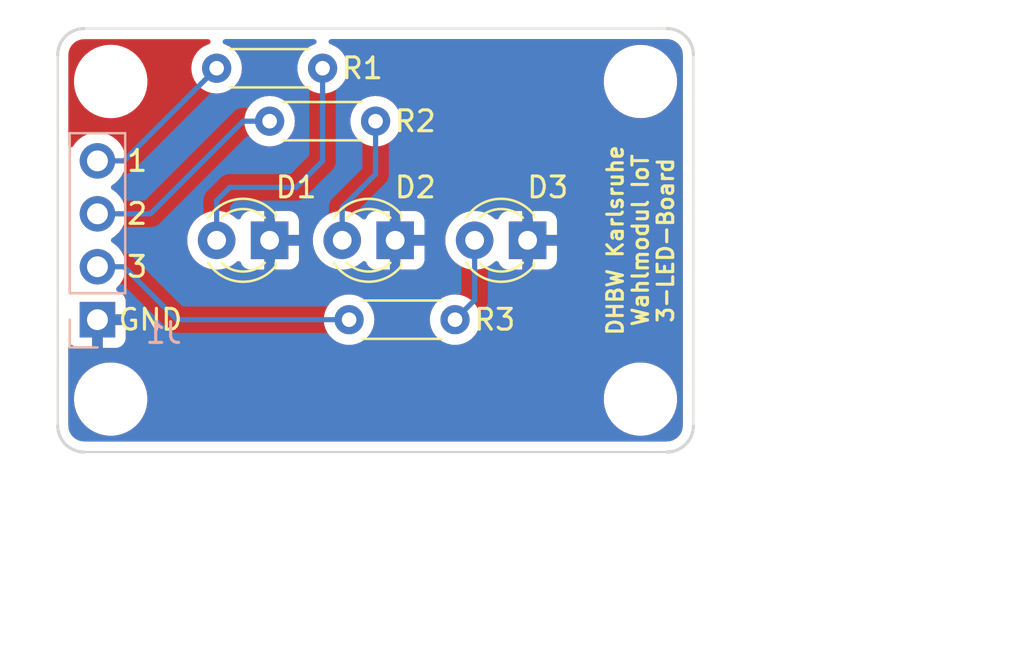
<source format=kicad_pcb>
(kicad_pcb (version 20211014) (generator pcbnew)
  (layers (0 "F.Cu" signal) (31 "B.Cu" signal) (34 "B.Paste" user) (35 "F.Paste" user) (36 "B.SilkS" user "B.Silkscreen") (37 "F.SilkS" user "F.Silkscreen") (38 "B.Mask" user) (39 "F.Mask" user) (44 "Edge.Cuts" user))
  (net 0 "")
  (net 1 "GND")
  (net 2 "Net-(D1-Pad2)")
  (net 3 "Net-(D2-Pad2)")
  (net 4 "Net-(D3-Pad2)")
  (net 5 "LED_3")
  (net 6 "LED_2")
  (net 7 "LED_1")
  (footprint "LED_THT:LED_D3.0mm" (layer "F.Cu") (at 146.99 99.06 180)
    (fp_text reference "D3" (at -0.965 2.54) (layer "F.SilkS"))
    (fp_text value "LED")
    (fp_line (start -0.29 1.08) (end -0.29 1.236) (layer "F.SilkS") (width 0.12))
    (fp_line (start -0.29 -1.236) (end -0.29 -1.08) (layer "F.SilkS") (width 0.12))
    (fp_arc (start 2.31113 1.079837) (mid 1.270117 1.5) (end 0.229039 1.08) (layer "F.SilkS") (width 0.12))
    (fp_arc (start 2.942335 1.078608) (mid 1.366487 1.987659) (end -0.29 1.235516) (layer "F.SilkS") (width 0.12))
    (fp_arc (start -0.29 -1.235516) (mid 1.366487 -1.987659) (end 2.942335 -1.078608) (layer "F.SilkS") (width 0.12))
    (fp_arc (start 0.229039 -1.08) (mid 1.270117 -1.5) (end 2.31113 -1.079837) (layer "F.SilkS") (width 0.12))
    (pad "1" thru_hole rect (at 0 0 180) (size 1.8 1.8) (drill 0.9) (layers *.Cu *.Mask) (net 1 "GND"))
    (pad "2" thru_hole circle (at 2.54 0 180) (size 1.8 1.8) (drill 0.9) (layers *.Cu *.Mask) (net 4 "Net-(D3-Pad2)"))
  )
  (footprint "LED_THT:LED_D3.0mm" (layer "F.Cu") (at 140.64 99.06 180)
    (fp_text reference "D2" (at -0.965 2.54) (layer "F.SilkS"))
    (fp_text value "LED")
    (fp_line (start -0.29 1.08) (end -0.29 1.236) (layer "F.SilkS") (width 0.12))
    (fp_line (start -0.29 -1.236) (end -0.29 -1.08) (layer "F.SilkS") (width 0.12))
    (fp_arc (start 2.31113 1.079837) (mid 1.270117 1.5) (end 0.229039 1.08) (layer "F.SilkS") (width 0.12))
    (fp_arc (start -0.29 -1.235516) (mid 1.366487 -1.987659) (end 2.942335 -1.078608) (layer "F.SilkS") (width 0.12))
    (fp_arc (start 0.229039 -1.08) (mid 1.270117 -1.5) (end 2.31113 -1.079837) (layer "F.SilkS") (width 0.12))
    (fp_arc (start 2.942335 1.078608) (mid 1.366487 1.987659) (end -0.29 1.235516) (layer "F.SilkS") (width 0.12))
    (pad "1" thru_hole rect (at 0 0 180) (size 1.8 1.8) (drill 0.9) (layers *.Cu *.Mask) (net 1 "GND"))
    (pad "2" thru_hole circle (at 2.54 0 180) (size 1.8 1.8) (drill 0.9) (layers *.Cu *.Mask) (net 3 "Net-(D2-Pad2)"))
  )
  (footprint "Resistor_THT:R_Axial_DIN0204_L3.6mm_D1.6mm_P5.08mm_Horizontal" (layer "F.Cu") (at 138.43 102.87)
    (fp_text reference "R3" (at 6.985 0) (layer "F.SilkS"))
    (fp_text value "1k")
    (fp_line (start 0.62 -0.92) (end 4.46 -0.92) (layer "F.SilkS") (width 0.12))
    (fp_line (start 0.62 0.92) (end 4.46 0.92) (layer "F.SilkS") (width 0.12))
    (pad "1" thru_hole circle (at 0 0) (size 1.4 1.4) (drill 0.7) (layers *.Cu *.Mask) (net 5 "LED_3"))
    (pad "2" thru_hole oval (at 5.08 0) (size 1.4 1.4) (drill 0.7) (layers *.Cu *.Mask) (net 4 "Net-(D3-Pad2)"))
  )
  (footprint "LED_THT:LED_D3.0mm" (layer "F.Cu") (at 134.62 99.06 180)
    (fp_text reference "D1" (at -1.27 2.54) (layer "F.SilkS"))
    (fp_text value "LED")
    (fp_line (start -0.29 1.08) (end -0.29 1.236) (layer "F.SilkS") (width 0.12))
    (fp_line (start -0.29 -1.236) (end -0.29 -1.08) (layer "F.SilkS") (width 0.12))
    (fp_arc (start 2.942335 1.078608) (mid 1.366487 1.987659) (end -0.29 1.235516) (layer "F.SilkS") (width 0.12))
    (fp_arc (start -0.29 -1.235516) (mid 1.366487 -1.987659) (end 2.942335 -1.078608) (layer "F.SilkS") (width 0.12))
    (fp_arc (start 2.31113 1.079837) (mid 1.270117 1.5) (end 0.229039 1.08) (layer "F.SilkS") (width 0.12))
    (fp_arc (start 0.229039 -1.08) (mid 1.270117 -1.5) (end 2.31113 -1.079837) (layer "F.SilkS") (width 0.12))
    (pad "1" thru_hole rect (at 0 0 180) (size 1.8 1.8) (drill 0.9) (layers *.Cu *.Mask) (net 1 "GND"))
    (pad "2" thru_hole circle (at 2.54 0 180) (size 1.8 1.8) (drill 0.9) (layers *.Cu *.Mask) (net 2 "Net-(D1-Pad2)"))
  )
  (footprint "Resistor_THT:R_Axial_DIN0204_L3.6mm_D1.6mm_P5.08mm_Horizontal" (layer "F.Cu") (at 132.08 90.805)
    (fp_text reference "R1" (at 6.985 0) (layer "F.SilkS"))
    (fp_text value "1k")
    (fp_line (start 0.62 0.92) (end 4.46 0.92) (layer "F.SilkS") (width 0.12))
    (fp_line (start 0.62 -0.92) (end 4.46 -0.92) (layer "F.SilkS") (width 0.12))
    (pad "1" thru_hole circle (at 0 0) (size 1.4 1.4) (drill 0.7) (layers *.Cu *.Mask) (net 7 "LED_1"))
    (pad "2" thru_hole oval (at 5.08 0) (size 1.4 1.4) (drill 0.7) (layers *.Cu *.Mask) (net 2 "Net-(D1-Pad2)"))
  )
  (footprint "MountingHole:MountingHole_2.5mm" (layer "F.Cu") (at 152.4 106.68)
    (fp_text reference "H3" hide)
    (fp_text value "MountingHole" hide)
    (pad "" np_thru_hole circle (at 0 0) (size 2.5 2.5) (drill 2.5) (layers *.Cu *.Mask))
  )
  (footprint "MountingHole:MountingHole_2.5mm" (layer "F.Cu") (at 152.4 91.44)
    (fp_text reference "H2" hide)
    (fp_text value "MountingHole" hide)
    (pad "" np_thru_hole circle (at 0 0) (size 2.5 2.5) (drill 2.5) (layers *.Cu *.Mask))
  )
  (footprint "MountingHole:MountingHole_2.5mm" (layer "F.Cu") (at 127 106.68)
    (fp_text reference "H4" hide)
    (fp_text value "MountingHole" hide)
    (pad "" np_thru_hole circle (at 0 0) (size 2.5 2.5) (drill 2.5) (layers *.Cu *.Mask))
  )
  (footprint "Resistor_THT:R_Axial_DIN0204_L3.6mm_D1.6mm_P5.08mm_Horizontal" (layer "F.Cu") (at 134.62 93.345)
    (fp_text reference "R2" (at 6.985 0) (layer "F.SilkS"))
    (fp_text value "1k")
    (fp_line (start 0.62 -0.92) (end 4.46 -0.92) (layer "F.SilkS") (width 0.12))
    (fp_line (start 0.62 0.92) (end 4.46 0.92) (layer "F.SilkS") (width 0.12))
    (pad "1" thru_hole circle (at 0 0) (size 1.4 1.4) (drill 0.7) (layers *.Cu *.Mask) (net 6 "LED_2"))
    (pad "2" thru_hole oval (at 5.08 0) (size 1.4 1.4) (drill 0.7) (layers *.Cu *.Mask) (net 3 "Net-(D2-Pad2)"))
  )
  (footprint "MountingHole:MountingHole_2.5mm" (layer "F.Cu") (at 127 91.44)
    (fp_text reference "H1" hide)
    (fp_text value "MountingHole" hide)
    (pad "" np_thru_hole circle (at 0 0) (size 2.5 2.5) (drill 2.5) (layers *.Cu *.Mask))
  )
  (footprint "Connector_PinHeader_2.54mm:PinHeader_1x04_P2.54mm_Vertical" (layer "B.Cu") (at 126.365 102.87)
    (fp_text reference "J1" (at 3.175 0.635) (layer "B.SilkS") (effects (justify mirror)))
    (fp_text value "Conn_01x04")
    (fp_line (start -1.33 -1.27) (end -1.33 -8.95) (layer "B.SilkS") (width 0.12))
    (fp_line (start -1.33 1.33) (end 0 1.33) (layer "B.SilkS") (width 0.12))
    (fp_line (start -1.33 0) (end -1.33 1.33) (layer "B.SilkS") (width 0.12))
    (fp_line (start 1.33 -1.27) (end 1.33 -8.95) (layer "B.SilkS") (width 0.12))
    (fp_line (start -1.33 -8.95) (end 1.33 -8.95) (layer "B.SilkS") (width 0.12))
    (fp_line (start -1.33 -1.27) (end 1.33 -1.27) (layer "B.SilkS") (width 0.12))
    (pad "1" thru_hole rect (at 0 0) (size 1.7 1.7) (drill 1) (layers *.Cu *.Mask) (net 1 "GND"))
    (pad "2" thru_hole oval (at 0 -2.54) (size 1.7 1.7) (drill 1) (layers *.Cu *.Mask) (net 5 "LED_3"))
    (pad "3" thru_hole oval (at 0 -5.08) (size 1.7 1.7) (drill 1) (layers *.Cu *.Mask) (net 6 "LED_2"))
    (pad "4" thru_hole oval (at 0 -7.62) (size 1.7 1.7) (drill 1) (layers *.Cu *.Mask) (net 7 "LED_1"))
  )
  (gr_line (start 125.73 88.9) (end 153.67 88.9) (layer "Edge.Cuts") (width 0.1))
  (gr_line (start 154.94 90.17) (end 154.94 107.95) (layer "Edge.Cuts") (width 0.1))
  (gr_arc (start 124.46 90.17) (mid 124.831974 89.271974) (end 125.73 88.9) (layer "Edge.Cuts") (width 0.15))
  (gr_line (start 124.46 107.95) (end 124.46 90.17) (layer "Edge.Cuts") (width 0.1))
  (gr_arc (start 153.67 88.9) (mid 154.568026 89.271974) (end 154.94 90.17) (layer "Edge.Cuts") (width 0.15))
  (gr_arc (start 154.94 107.95) (mid 154.568026 108.848026) (end 153.67 109.22) (layer "Edge.Cuts") (width 0.15))
  (gr_arc (start 125.73 109.22) (mid 124.831974 108.848026) (end 124.46 107.95) (layer "Edge.Cuts") (width 0.15))
  (gr_line (start 153.67 109.22) (end 125.73 109.22) (layer "Edge.Cuts") (width 0.1))
  (gr_text "DHBW Karlsruhe\nWahlmodul IoT\n3-LED-Board" (at 152.4 99.06 90) (layer "F.SilkS") (effects (font (size 0.75 0.75))))
  (gr_text "GND" (at 128.905 102.87) (layer "F.SilkS") (effects (font (size 1 1))))
  (gr_text "3" (at 128.27 100.33) (layer "F.SilkS") (effects (font (size 1 1))))
  (gr_text "1" (at 128.27 95.25) (layer "F.SilkS") (effects (font (size 1 1))))
  (gr_text "2" (at 128.27 97.79) (layer "F.SilkS") (effects (font (size 1 1))))
  (segment (start 132.08 99.06) (end 132.08 97.155) (width 0.25) (layer "B.Cu") (net 2))
  (segment (start 135.89 96.52) (end 137.16 95.25) (width 0.25) (layer "B.Cu") (net 2))
  (segment (start 132.08 97.155) (end 132.715 96.52) (width 0.25) (layer "B.Cu") (net 2))
  (segment (start 132.715 96.52) (end 135.89 96.52) (width 0.25) (layer "B.Cu") (net 2))
  (segment (start 137.16 95.25) (end 137.16 90.805) (width 0.25) (layer "B.Cu") (net 2))
  (segment (start 138.1 97.485) (end 139.7 95.885) (width 0.25) (layer "B.Cu") (net 3))
  (segment (start 139.7 95.885) (end 139.7 93.345) (width 0.25) (layer "B.Cu") (net 3))
  (segment (start 138.1 99.06) (end 138.1 97.485) (width 0.25) (layer "B.Cu") (net 3))
  (segment (start 144.45 101.93) (end 143.51 102.87) (width 0.25) (layer "B.Cu") (net 4))
  (segment (start 144.45 99.06) (end 144.45 101.93) (width 0.25) (layer "B.Cu") (net 4))
  (segment (start 127.635 100.33) (end 130.175 102.87) (width 0.25) (layer "B.Cu") (net 5))
  (segment (start 125.73 100.33) (end 127.635 100.33) (width 0.25) (layer "B.Cu") (net 5))
  (segment (start 130.175 102.87) (end 138.43 102.87) (width 0.25) (layer "B.Cu") (net 5))
  (segment (start 126.365 97.79) (end 128.905 97.79) (width 0.25) (layer "B.Cu") (net 6))
  (segment (start 133.35 93.345) (end 134.62 93.345) (width 0.25) (layer "B.Cu") (net 6))
  (segment (start 128.905 97.79) (end 133.35 93.345) (width 0.25) (layer "B.Cu") (net 6))
  (segment (start 125.73 95.25) (end 127.635 95.25) (width 0.25) (layer "B.Cu") (net 7))
  (segment (start 127.635 95.25) (end 132.08 90.805) (width 0.25) (layer "B.Cu") (net 7))
  (zone (net 1) (net_name "GND") (layer "F.Cu") (connect_pads (clearance 0.508)) (min_thickness 0.254) (fill yes (thermal_gap 0.508) (thermal_bridge_width 0.508))
    (polygon (pts (xy 154.94 109.22) (xy 124.46 109.22) (xy 124.46 88.9) (xy 154.94 88.9)))
  )
  (zone (net 1) (net_name "GND") (layer "B.Cu") (connect_pads (clearance 0.508)) (min_thickness 0.254) (fill yes (thermal_gap 0.508) (thermal_bridge_width 0.508))
    (polygon (pts (xy 154.94 109.22) (xy 124.46 109.22) (xy 124.46 88.9) (xy 154.94 88.9)))
  )
)
</source>
